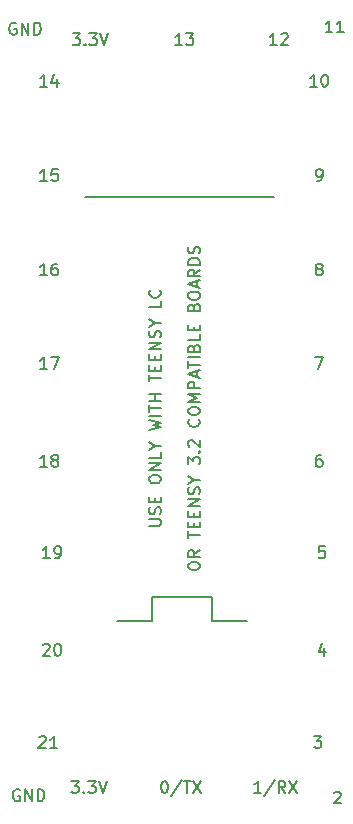
<source format=gto>
%TF.GenerationSoftware,KiCad,Pcbnew,4.0.5-e0-6337~49~ubuntu16.04.1*%
%TF.CreationDate,2017-01-20T22:39:39-08:00*%
%TF.ProjectId,5x10-Teensy-LC-Breakout,357831302D5465656E73792D4C432D42,1.0*%
%TF.FileFunction,Legend,Top*%
%FSLAX46Y46*%
G04 Gerber Fmt 4.6, Leading zero omitted, Abs format (unit mm)*
G04 Created by KiCad (PCBNEW 4.0.5-e0-6337~49~ubuntu16.04.1) date Fri Jan 20 22:39:39 2017*
%MOMM*%
%LPD*%
G01*
G04 APERTURE LIST*
%ADD10C,0.350000*%
%ADD11C,0.127000*%
%ADD12C,0.150000*%
G04 APERTURE END LIST*
D10*
D11*
X127971760Y-65098060D02*
X143971760Y-65098060D01*
X138671760Y-98999060D02*
X133671760Y-98999060D01*
X138671760Y-100999060D02*
X138671760Y-98999060D01*
X138671760Y-100999060D02*
X141671760Y-100999060D01*
X133671760Y-100999060D02*
X133671760Y-98999060D01*
X133671760Y-100999060D02*
X133671760Y-98999060D01*
X130671760Y-100999060D02*
X133671760Y-100999060D01*
X130671760Y-100999060D02*
X133671760Y-100999060D01*
D12*
X126908570Y-51240941D02*
X127527618Y-51240941D01*
X127194284Y-51621893D01*
X127337142Y-51621893D01*
X127432380Y-51669512D01*
X127479999Y-51717131D01*
X127527618Y-51812370D01*
X127527618Y-52050465D01*
X127479999Y-52145703D01*
X127432380Y-52193322D01*
X127337142Y-52240941D01*
X127051427Y-52240941D01*
X126956189Y-52193322D01*
X126908570Y-52145703D01*
X127956189Y-52145703D02*
X128003808Y-52193322D01*
X127956189Y-52240941D01*
X127908570Y-52193322D01*
X127956189Y-52145703D01*
X127956189Y-52240941D01*
X128337141Y-51240941D02*
X128956189Y-51240941D01*
X128622855Y-51621893D01*
X128765713Y-51621893D01*
X128860951Y-51669512D01*
X128908570Y-51717131D01*
X128956189Y-51812370D01*
X128956189Y-52050465D01*
X128908570Y-52145703D01*
X128860951Y-52193322D01*
X128765713Y-52240941D01*
X128479998Y-52240941D01*
X128384760Y-52193322D01*
X128337141Y-52145703D01*
X129241903Y-51240941D02*
X129575236Y-52240941D01*
X129908570Y-51240941D01*
X136695141Y-96442442D02*
X136695141Y-96251965D01*
X136742760Y-96156727D01*
X136837998Y-96061489D01*
X137028474Y-96013870D01*
X137361808Y-96013870D01*
X137552284Y-96061489D01*
X137647522Y-96156727D01*
X137695141Y-96251965D01*
X137695141Y-96442442D01*
X137647522Y-96537680D01*
X137552284Y-96632918D01*
X137361808Y-96680537D01*
X137028474Y-96680537D01*
X136837998Y-96632918D01*
X136742760Y-96537680D01*
X136695141Y-96442442D01*
X137695141Y-95013870D02*
X137218950Y-95347204D01*
X137695141Y-95585299D02*
X136695141Y-95585299D01*
X136695141Y-95204346D01*
X136742760Y-95109108D01*
X136790379Y-95061489D01*
X136885617Y-95013870D01*
X137028474Y-95013870D01*
X137123712Y-95061489D01*
X137171331Y-95109108D01*
X137218950Y-95204346D01*
X137218950Y-95585299D01*
X136695141Y-93966251D02*
X136695141Y-93394822D01*
X137695141Y-93680537D02*
X136695141Y-93680537D01*
X137171331Y-93061489D02*
X137171331Y-92728155D01*
X137695141Y-92585298D02*
X137695141Y-93061489D01*
X136695141Y-93061489D01*
X136695141Y-92585298D01*
X137171331Y-92156727D02*
X137171331Y-91823393D01*
X137695141Y-91680536D02*
X137695141Y-92156727D01*
X136695141Y-92156727D01*
X136695141Y-91680536D01*
X137695141Y-91251965D02*
X136695141Y-91251965D01*
X137695141Y-90680536D01*
X136695141Y-90680536D01*
X137647522Y-90251965D02*
X137695141Y-90109108D01*
X137695141Y-89871012D01*
X137647522Y-89775774D01*
X137599903Y-89728155D01*
X137504665Y-89680536D01*
X137409427Y-89680536D01*
X137314189Y-89728155D01*
X137266570Y-89775774D01*
X137218950Y-89871012D01*
X137171331Y-90061489D01*
X137123712Y-90156727D01*
X137076093Y-90204346D01*
X136980855Y-90251965D01*
X136885617Y-90251965D01*
X136790379Y-90204346D01*
X136742760Y-90156727D01*
X136695141Y-90061489D01*
X136695141Y-89823393D01*
X136742760Y-89680536D01*
X137218950Y-89061489D02*
X137695141Y-89061489D01*
X136695141Y-89394822D02*
X137218950Y-89061489D01*
X136695141Y-88728155D01*
X136695141Y-87728155D02*
X136695141Y-87109107D01*
X137076093Y-87442441D01*
X137076093Y-87299583D01*
X137123712Y-87204345D01*
X137171331Y-87156726D01*
X137266570Y-87109107D01*
X137504665Y-87109107D01*
X137599903Y-87156726D01*
X137647522Y-87204345D01*
X137695141Y-87299583D01*
X137695141Y-87585298D01*
X137647522Y-87680536D01*
X137599903Y-87728155D01*
X137599903Y-86680536D02*
X137647522Y-86632917D01*
X137695141Y-86680536D01*
X137647522Y-86728155D01*
X137599903Y-86680536D01*
X137695141Y-86680536D01*
X136790379Y-86251965D02*
X136742760Y-86204346D01*
X136695141Y-86109108D01*
X136695141Y-85871012D01*
X136742760Y-85775774D01*
X136790379Y-85728155D01*
X136885617Y-85680536D01*
X136980855Y-85680536D01*
X137123712Y-85728155D01*
X137695141Y-86299584D01*
X137695141Y-85680536D01*
X137599903Y-83918631D02*
X137647522Y-83966250D01*
X137695141Y-84109107D01*
X137695141Y-84204345D01*
X137647522Y-84347203D01*
X137552284Y-84442441D01*
X137457046Y-84490060D01*
X137266570Y-84537679D01*
X137123712Y-84537679D01*
X136933236Y-84490060D01*
X136837998Y-84442441D01*
X136742760Y-84347203D01*
X136695141Y-84204345D01*
X136695141Y-84109107D01*
X136742760Y-83966250D01*
X136790379Y-83918631D01*
X136695141Y-83299584D02*
X136695141Y-83109107D01*
X136742760Y-83013869D01*
X136837998Y-82918631D01*
X137028474Y-82871012D01*
X137361808Y-82871012D01*
X137552284Y-82918631D01*
X137647522Y-83013869D01*
X137695141Y-83109107D01*
X137695141Y-83299584D01*
X137647522Y-83394822D01*
X137552284Y-83490060D01*
X137361808Y-83537679D01*
X137028474Y-83537679D01*
X136837998Y-83490060D01*
X136742760Y-83394822D01*
X136695141Y-83299584D01*
X137695141Y-82442441D02*
X136695141Y-82442441D01*
X137409427Y-82109107D01*
X136695141Y-81775774D01*
X137695141Y-81775774D01*
X137695141Y-81299584D02*
X136695141Y-81299584D01*
X136695141Y-80918631D01*
X136742760Y-80823393D01*
X136790379Y-80775774D01*
X136885617Y-80728155D01*
X137028474Y-80728155D01*
X137123712Y-80775774D01*
X137171331Y-80823393D01*
X137218950Y-80918631D01*
X137218950Y-81299584D01*
X137409427Y-80347203D02*
X137409427Y-79871012D01*
X137695141Y-80442441D02*
X136695141Y-80109108D01*
X137695141Y-79775774D01*
X136695141Y-79585298D02*
X136695141Y-79013869D01*
X137695141Y-79299584D02*
X136695141Y-79299584D01*
X137695141Y-78680536D02*
X136695141Y-78680536D01*
X137171331Y-77871012D02*
X137218950Y-77728155D01*
X137266570Y-77680536D01*
X137361808Y-77632917D01*
X137504665Y-77632917D01*
X137599903Y-77680536D01*
X137647522Y-77728155D01*
X137695141Y-77823393D01*
X137695141Y-78204346D01*
X136695141Y-78204346D01*
X136695141Y-77871012D01*
X136742760Y-77775774D01*
X136790379Y-77728155D01*
X136885617Y-77680536D01*
X136980855Y-77680536D01*
X137076093Y-77728155D01*
X137123712Y-77775774D01*
X137171331Y-77871012D01*
X137171331Y-78204346D01*
X137695141Y-76728155D02*
X137695141Y-77204346D01*
X136695141Y-77204346D01*
X137171331Y-76394822D02*
X137171331Y-76061488D01*
X137695141Y-75918631D02*
X137695141Y-76394822D01*
X136695141Y-76394822D01*
X136695141Y-75918631D01*
X137171331Y-74394821D02*
X137218950Y-74251964D01*
X137266570Y-74204345D01*
X137361808Y-74156726D01*
X137504665Y-74156726D01*
X137599903Y-74204345D01*
X137647522Y-74251964D01*
X137695141Y-74347202D01*
X137695141Y-74728155D01*
X136695141Y-74728155D01*
X136695141Y-74394821D01*
X136742760Y-74299583D01*
X136790379Y-74251964D01*
X136885617Y-74204345D01*
X136980855Y-74204345D01*
X137076093Y-74251964D01*
X137123712Y-74299583D01*
X137171331Y-74394821D01*
X137171331Y-74728155D01*
X136695141Y-73537679D02*
X136695141Y-73347202D01*
X136742760Y-73251964D01*
X136837998Y-73156726D01*
X137028474Y-73109107D01*
X137361808Y-73109107D01*
X137552284Y-73156726D01*
X137647522Y-73251964D01*
X137695141Y-73347202D01*
X137695141Y-73537679D01*
X137647522Y-73632917D01*
X137552284Y-73728155D01*
X137361808Y-73775774D01*
X137028474Y-73775774D01*
X136837998Y-73728155D01*
X136742760Y-73632917D01*
X136695141Y-73537679D01*
X137409427Y-72728155D02*
X137409427Y-72251964D01*
X137695141Y-72823393D02*
X136695141Y-72490060D01*
X137695141Y-72156726D01*
X137695141Y-71251964D02*
X137218950Y-71585298D01*
X137695141Y-71823393D02*
X136695141Y-71823393D01*
X136695141Y-71442440D01*
X136742760Y-71347202D01*
X136790379Y-71299583D01*
X136885617Y-71251964D01*
X137028474Y-71251964D01*
X137123712Y-71299583D01*
X137171331Y-71347202D01*
X137218950Y-71442440D01*
X137218950Y-71823393D01*
X137695141Y-70823393D02*
X136695141Y-70823393D01*
X136695141Y-70585298D01*
X136742760Y-70442440D01*
X136837998Y-70347202D01*
X136933236Y-70299583D01*
X137123712Y-70251964D01*
X137266570Y-70251964D01*
X137457046Y-70299583D01*
X137552284Y-70347202D01*
X137647522Y-70442440D01*
X137695141Y-70585298D01*
X137695141Y-70823393D01*
X137647522Y-69871012D02*
X137695141Y-69728155D01*
X137695141Y-69490059D01*
X137647522Y-69394821D01*
X137599903Y-69347202D01*
X137504665Y-69299583D01*
X137409427Y-69299583D01*
X137314189Y-69347202D01*
X137266570Y-69394821D01*
X137218950Y-69490059D01*
X137171331Y-69680536D01*
X137123712Y-69775774D01*
X137076093Y-69823393D01*
X136980855Y-69871012D01*
X136885617Y-69871012D01*
X136790379Y-69823393D01*
X136742760Y-69775774D01*
X136695141Y-69680536D01*
X136695141Y-69442440D01*
X136742760Y-69299583D01*
X133393141Y-92942442D02*
X134202665Y-92942442D01*
X134297903Y-92894823D01*
X134345522Y-92847204D01*
X134393141Y-92751966D01*
X134393141Y-92561489D01*
X134345522Y-92466251D01*
X134297903Y-92418632D01*
X134202665Y-92371013D01*
X133393141Y-92371013D01*
X134345522Y-91942442D02*
X134393141Y-91799585D01*
X134393141Y-91561489D01*
X134345522Y-91466251D01*
X134297903Y-91418632D01*
X134202665Y-91371013D01*
X134107427Y-91371013D01*
X134012189Y-91418632D01*
X133964570Y-91466251D01*
X133916950Y-91561489D01*
X133869331Y-91751966D01*
X133821712Y-91847204D01*
X133774093Y-91894823D01*
X133678855Y-91942442D01*
X133583617Y-91942442D01*
X133488379Y-91894823D01*
X133440760Y-91847204D01*
X133393141Y-91751966D01*
X133393141Y-91513870D01*
X133440760Y-91371013D01*
X133869331Y-90942442D02*
X133869331Y-90609108D01*
X134393141Y-90466251D02*
X134393141Y-90942442D01*
X133393141Y-90942442D01*
X133393141Y-90466251D01*
X133393141Y-89085299D02*
X133393141Y-88894822D01*
X133440760Y-88799584D01*
X133535998Y-88704346D01*
X133726474Y-88656727D01*
X134059808Y-88656727D01*
X134250284Y-88704346D01*
X134345522Y-88799584D01*
X134393141Y-88894822D01*
X134393141Y-89085299D01*
X134345522Y-89180537D01*
X134250284Y-89275775D01*
X134059808Y-89323394D01*
X133726474Y-89323394D01*
X133535998Y-89275775D01*
X133440760Y-89180537D01*
X133393141Y-89085299D01*
X134393141Y-88228156D02*
X133393141Y-88228156D01*
X134393141Y-87656727D01*
X133393141Y-87656727D01*
X134393141Y-86704346D02*
X134393141Y-87180537D01*
X133393141Y-87180537D01*
X133916950Y-86180537D02*
X134393141Y-86180537D01*
X133393141Y-86513870D02*
X133916950Y-86180537D01*
X133393141Y-85847203D01*
X133393141Y-84847203D02*
X134393141Y-84609108D01*
X133678855Y-84418631D01*
X134393141Y-84228155D01*
X133393141Y-83990060D01*
X134393141Y-83609108D02*
X133393141Y-83609108D01*
X133393141Y-83275775D02*
X133393141Y-82704346D01*
X134393141Y-82990061D02*
X133393141Y-82990061D01*
X134393141Y-82371013D02*
X133393141Y-82371013D01*
X133869331Y-82371013D02*
X133869331Y-81799584D01*
X134393141Y-81799584D02*
X133393141Y-81799584D01*
X133393141Y-80704346D02*
X133393141Y-80132917D01*
X134393141Y-80418632D02*
X133393141Y-80418632D01*
X133869331Y-79799584D02*
X133869331Y-79466250D01*
X134393141Y-79323393D02*
X134393141Y-79799584D01*
X133393141Y-79799584D01*
X133393141Y-79323393D01*
X133869331Y-78894822D02*
X133869331Y-78561488D01*
X134393141Y-78418631D02*
X134393141Y-78894822D01*
X133393141Y-78894822D01*
X133393141Y-78418631D01*
X134393141Y-77990060D02*
X133393141Y-77990060D01*
X134393141Y-77418631D01*
X133393141Y-77418631D01*
X134345522Y-76990060D02*
X134393141Y-76847203D01*
X134393141Y-76609107D01*
X134345522Y-76513869D01*
X134297903Y-76466250D01*
X134202665Y-76418631D01*
X134107427Y-76418631D01*
X134012189Y-76466250D01*
X133964570Y-76513869D01*
X133916950Y-76609107D01*
X133869331Y-76799584D01*
X133821712Y-76894822D01*
X133774093Y-76942441D01*
X133678855Y-76990060D01*
X133583617Y-76990060D01*
X133488379Y-76942441D01*
X133440760Y-76894822D01*
X133393141Y-76799584D01*
X133393141Y-76561488D01*
X133440760Y-76418631D01*
X133916950Y-75799584D02*
X134393141Y-75799584D01*
X133393141Y-76132917D02*
X133916950Y-75799584D01*
X133393141Y-75466250D01*
X134393141Y-73894821D02*
X134393141Y-74371012D01*
X133393141Y-74371012D01*
X134297903Y-72990059D02*
X134345522Y-73037678D01*
X134393141Y-73180535D01*
X134393141Y-73275773D01*
X134345522Y-73418631D01*
X134250284Y-73513869D01*
X134155046Y-73561488D01*
X133964570Y-73609107D01*
X133821712Y-73609107D01*
X133631236Y-73561488D01*
X133535998Y-73513869D01*
X133440760Y-73418631D01*
X133393141Y-73275773D01*
X133393141Y-73180535D01*
X133440760Y-73037678D01*
X133488379Y-72990059D01*
X124734284Y-87930941D02*
X124162855Y-87930941D01*
X124448569Y-87930941D02*
X124448569Y-86930941D01*
X124353331Y-87073798D01*
X124258093Y-87169036D01*
X124162855Y-87216655D01*
X125305712Y-87359512D02*
X125210474Y-87311893D01*
X125162855Y-87264274D01*
X125115236Y-87169036D01*
X125115236Y-87121417D01*
X125162855Y-87026179D01*
X125210474Y-86978560D01*
X125305712Y-86930941D01*
X125496189Y-86930941D01*
X125591427Y-86978560D01*
X125639046Y-87026179D01*
X125686665Y-87121417D01*
X125686665Y-87169036D01*
X125639046Y-87264274D01*
X125591427Y-87311893D01*
X125496189Y-87359512D01*
X125305712Y-87359512D01*
X125210474Y-87407131D01*
X125162855Y-87454750D01*
X125115236Y-87549989D01*
X125115236Y-87740465D01*
X125162855Y-87835703D01*
X125210474Y-87883322D01*
X125305712Y-87930941D01*
X125496189Y-87930941D01*
X125591427Y-87883322D01*
X125639046Y-87835703D01*
X125686665Y-87740465D01*
X125686665Y-87549989D01*
X125639046Y-87454750D01*
X125591427Y-87407131D01*
X125496189Y-87359512D01*
X124734284Y-79680941D02*
X124162855Y-79680941D01*
X124448569Y-79680941D02*
X124448569Y-78680941D01*
X124353331Y-78823798D01*
X124258093Y-78919036D01*
X124162855Y-78966655D01*
X125067617Y-78680941D02*
X125734284Y-78680941D01*
X125305712Y-79680941D01*
X124412855Y-103026179D02*
X124460474Y-102978560D01*
X124555712Y-102930941D01*
X124793808Y-102930941D01*
X124889046Y-102978560D01*
X124936665Y-103026179D01*
X124984284Y-103121417D01*
X124984284Y-103216655D01*
X124936665Y-103359512D01*
X124365236Y-103930941D01*
X124984284Y-103930941D01*
X125603331Y-102930941D02*
X125698570Y-102930941D01*
X125793808Y-102978560D01*
X125841427Y-103026179D01*
X125889046Y-103121417D01*
X125936665Y-103311893D01*
X125936665Y-103549989D01*
X125889046Y-103740465D01*
X125841427Y-103835703D01*
X125793808Y-103883322D01*
X125698570Y-103930941D01*
X125603331Y-103930941D01*
X125508093Y-103883322D01*
X125460474Y-103835703D01*
X125412855Y-103740465D01*
X125365236Y-103549989D01*
X125365236Y-103311893D01*
X125412855Y-103121417D01*
X125460474Y-103026179D01*
X125508093Y-102978560D01*
X125603331Y-102930941D01*
X124984284Y-95680941D02*
X124412855Y-95680941D01*
X124698569Y-95680941D02*
X124698569Y-94680941D01*
X124603331Y-94823798D01*
X124508093Y-94919036D01*
X124412855Y-94966655D01*
X125460474Y-95680941D02*
X125650950Y-95680941D01*
X125746189Y-95633322D01*
X125793808Y-95585703D01*
X125889046Y-95442846D01*
X125936665Y-95252370D01*
X125936665Y-94871417D01*
X125889046Y-94776179D01*
X125841427Y-94728560D01*
X125746189Y-94680941D01*
X125555712Y-94680941D01*
X125460474Y-94728560D01*
X125412855Y-94776179D01*
X125365236Y-94871417D01*
X125365236Y-95109512D01*
X125412855Y-95204750D01*
X125460474Y-95252370D01*
X125555712Y-95299989D01*
X125746189Y-95299989D01*
X125841427Y-95252370D01*
X125889046Y-95204750D01*
X125936665Y-95109512D01*
X124067855Y-110841179D02*
X124115474Y-110793560D01*
X124210712Y-110745941D01*
X124448808Y-110745941D01*
X124544046Y-110793560D01*
X124591665Y-110841179D01*
X124639284Y-110936417D01*
X124639284Y-111031655D01*
X124591665Y-111174512D01*
X124020236Y-111745941D01*
X124639284Y-111745941D01*
X125591665Y-111745941D02*
X125020236Y-111745941D01*
X125305950Y-111745941D02*
X125305950Y-110745941D01*
X125210712Y-110888798D01*
X125115474Y-110984036D01*
X125020236Y-111031655D01*
X122422856Y-115288560D02*
X122327618Y-115240941D01*
X122184761Y-115240941D01*
X122041903Y-115288560D01*
X121946665Y-115383798D01*
X121899046Y-115479036D01*
X121851427Y-115669512D01*
X121851427Y-115812370D01*
X121899046Y-116002846D01*
X121946665Y-116098084D01*
X122041903Y-116193322D01*
X122184761Y-116240941D01*
X122279999Y-116240941D01*
X122422856Y-116193322D01*
X122470475Y-116145703D01*
X122470475Y-115812370D01*
X122279999Y-115812370D01*
X122899046Y-116240941D02*
X122899046Y-115240941D01*
X123470475Y-116240941D01*
X123470475Y-115240941D01*
X123946665Y-116240941D02*
X123946665Y-115240941D01*
X124184760Y-115240941D01*
X124327618Y-115288560D01*
X124422856Y-115383798D01*
X124470475Y-115479036D01*
X124518094Y-115669512D01*
X124518094Y-115812370D01*
X124470475Y-116002846D01*
X124422856Y-116098084D01*
X124327618Y-116193322D01*
X124184760Y-116240941D01*
X123946665Y-116240941D01*
X126808570Y-114540941D02*
X127427618Y-114540941D01*
X127094284Y-114921893D01*
X127237142Y-114921893D01*
X127332380Y-114969512D01*
X127379999Y-115017131D01*
X127427618Y-115112370D01*
X127427618Y-115350465D01*
X127379999Y-115445703D01*
X127332380Y-115493322D01*
X127237142Y-115540941D01*
X126951427Y-115540941D01*
X126856189Y-115493322D01*
X126808570Y-115445703D01*
X127856189Y-115445703D02*
X127903808Y-115493322D01*
X127856189Y-115540941D01*
X127808570Y-115493322D01*
X127856189Y-115445703D01*
X127856189Y-115540941D01*
X128237141Y-114540941D02*
X128856189Y-114540941D01*
X128522855Y-114921893D01*
X128665713Y-114921893D01*
X128760951Y-114969512D01*
X128808570Y-115017131D01*
X128856189Y-115112370D01*
X128856189Y-115350465D01*
X128808570Y-115445703D01*
X128760951Y-115493322D01*
X128665713Y-115540941D01*
X128379998Y-115540941D01*
X128284760Y-115493322D01*
X128237141Y-115445703D01*
X129141903Y-114540941D02*
X129475236Y-115540941D01*
X129808570Y-114540941D01*
X122122856Y-50388560D02*
X122027618Y-50340941D01*
X121884761Y-50340941D01*
X121741903Y-50388560D01*
X121646665Y-50483798D01*
X121599046Y-50579036D01*
X121551427Y-50769512D01*
X121551427Y-50912370D01*
X121599046Y-51102846D01*
X121646665Y-51198084D01*
X121741903Y-51293322D01*
X121884761Y-51340941D01*
X121979999Y-51340941D01*
X122122856Y-51293322D01*
X122170475Y-51245703D01*
X122170475Y-50912370D01*
X121979999Y-50912370D01*
X122599046Y-51340941D02*
X122599046Y-50340941D01*
X123170475Y-51340941D01*
X123170475Y-50340941D01*
X123646665Y-51340941D02*
X123646665Y-50340941D01*
X123884760Y-50340941D01*
X124027618Y-50388560D01*
X124122856Y-50483798D01*
X124170475Y-50579036D01*
X124218094Y-50769512D01*
X124218094Y-50912370D01*
X124170475Y-51102846D01*
X124122856Y-51198084D01*
X124027618Y-51293322D01*
X123884760Y-51340941D01*
X123646665Y-51340941D01*
X124734284Y-71740941D02*
X124162855Y-71740941D01*
X124448569Y-71740941D02*
X124448569Y-70740941D01*
X124353331Y-70883798D01*
X124258093Y-70979036D01*
X124162855Y-71026655D01*
X125591427Y-70740941D02*
X125400950Y-70740941D01*
X125305712Y-70788560D01*
X125258093Y-70836179D01*
X125162855Y-70979036D01*
X125115236Y-71169512D01*
X125115236Y-71550465D01*
X125162855Y-71645703D01*
X125210474Y-71693322D01*
X125305712Y-71740941D01*
X125496189Y-71740941D01*
X125591427Y-71693322D01*
X125639046Y-71645703D01*
X125686665Y-71550465D01*
X125686665Y-71312370D01*
X125639046Y-71217131D01*
X125591427Y-71169512D01*
X125496189Y-71121893D01*
X125305712Y-71121893D01*
X125210474Y-71169512D01*
X125162855Y-71217131D01*
X125115236Y-71312370D01*
X124734284Y-63740941D02*
X124162855Y-63740941D01*
X124448569Y-63740941D02*
X124448569Y-62740941D01*
X124353331Y-62883798D01*
X124258093Y-62979036D01*
X124162855Y-63026655D01*
X125639046Y-62740941D02*
X125162855Y-62740941D01*
X125115236Y-63217131D01*
X125162855Y-63169512D01*
X125258093Y-63121893D01*
X125496189Y-63121893D01*
X125591427Y-63169512D01*
X125639046Y-63217131D01*
X125686665Y-63312370D01*
X125686665Y-63550465D01*
X125639046Y-63645703D01*
X125591427Y-63693322D01*
X125496189Y-63740941D01*
X125258093Y-63740941D01*
X125162855Y-63693322D01*
X125115236Y-63645703D01*
X124734284Y-55740941D02*
X124162855Y-55740941D01*
X124448569Y-55740941D02*
X124448569Y-54740941D01*
X124353331Y-54883798D01*
X124258093Y-54979036D01*
X124162855Y-55026655D01*
X125591427Y-55074274D02*
X125591427Y-55740941D01*
X125353331Y-54693322D02*
X125115236Y-55407608D01*
X125734284Y-55407608D01*
X134656188Y-114540941D02*
X134751427Y-114540941D01*
X134846665Y-114588560D01*
X134894284Y-114636179D01*
X134941903Y-114731417D01*
X134989522Y-114921893D01*
X134989522Y-115159989D01*
X134941903Y-115350465D01*
X134894284Y-115445703D01*
X134846665Y-115493322D01*
X134751427Y-115540941D01*
X134656188Y-115540941D01*
X134560950Y-115493322D01*
X134513331Y-115445703D01*
X134465712Y-115350465D01*
X134418093Y-115159989D01*
X134418093Y-114921893D01*
X134465712Y-114731417D01*
X134513331Y-114636179D01*
X134560950Y-114588560D01*
X134656188Y-114540941D01*
X136132379Y-114493322D02*
X135275236Y-115779036D01*
X136322855Y-114540941D02*
X136894284Y-114540941D01*
X136608569Y-115540941D02*
X136608569Y-114540941D01*
X137132379Y-114540941D02*
X137799046Y-115540941D01*
X137799046Y-114540941D02*
X137132379Y-115540941D01*
X142870475Y-115540941D02*
X142299046Y-115540941D01*
X142584760Y-115540941D02*
X142584760Y-114540941D01*
X142489522Y-114683798D01*
X142394284Y-114779036D01*
X142299046Y-114826655D01*
X144013332Y-114493322D02*
X143156189Y-115779036D01*
X144918094Y-115540941D02*
X144584760Y-115064750D01*
X144346665Y-115540941D02*
X144346665Y-114540941D01*
X144727618Y-114540941D01*
X144822856Y-114588560D01*
X144870475Y-114636179D01*
X144918094Y-114731417D01*
X144918094Y-114874274D01*
X144870475Y-114969512D01*
X144822856Y-115017131D01*
X144727618Y-115064750D01*
X144346665Y-115064750D01*
X145251427Y-114540941D02*
X145918094Y-115540941D01*
X145918094Y-114540941D02*
X145251427Y-115540941D01*
X136194284Y-52240941D02*
X135622855Y-52240941D01*
X135908569Y-52240941D02*
X135908569Y-51240941D01*
X135813331Y-51383798D01*
X135718093Y-51479036D01*
X135622855Y-51526655D01*
X136527617Y-51240941D02*
X137146665Y-51240941D01*
X136813331Y-51621893D01*
X136956189Y-51621893D01*
X137051427Y-51669512D01*
X137099046Y-51717131D01*
X137146665Y-51812370D01*
X137146665Y-52050465D01*
X137099046Y-52145703D01*
X137051427Y-52193322D01*
X136956189Y-52240941D01*
X136670474Y-52240941D01*
X136575236Y-52193322D01*
X136527617Y-52145703D01*
X144194284Y-52240941D02*
X143622855Y-52240941D01*
X143908569Y-52240941D02*
X143908569Y-51240941D01*
X143813331Y-51383798D01*
X143718093Y-51479036D01*
X143622855Y-51526655D01*
X144575236Y-51336179D02*
X144622855Y-51288560D01*
X144718093Y-51240941D01*
X144956189Y-51240941D01*
X145051427Y-51288560D01*
X145099046Y-51336179D01*
X145146665Y-51431417D01*
X145146665Y-51526655D01*
X145099046Y-51669512D01*
X144527617Y-52240941D01*
X145146665Y-52240941D01*
X148896284Y-51166941D02*
X148324855Y-51166941D01*
X148610569Y-51166941D02*
X148610569Y-50166941D01*
X148515331Y-50309798D01*
X148420093Y-50405036D01*
X148324855Y-50452655D01*
X149848665Y-51166941D02*
X149277236Y-51166941D01*
X149562950Y-51166941D02*
X149562950Y-50166941D01*
X149467712Y-50309798D01*
X149372474Y-50405036D01*
X149277236Y-50452655D01*
X147451427Y-78680941D02*
X148118094Y-78680941D01*
X147689522Y-79680941D01*
X147689522Y-71169512D02*
X147594284Y-71121893D01*
X147546665Y-71074274D01*
X147499046Y-70979036D01*
X147499046Y-70931417D01*
X147546665Y-70836179D01*
X147594284Y-70788560D01*
X147689522Y-70740941D01*
X147879999Y-70740941D01*
X147975237Y-70788560D01*
X148022856Y-70836179D01*
X148070475Y-70931417D01*
X148070475Y-70979036D01*
X148022856Y-71074274D01*
X147975237Y-71121893D01*
X147879999Y-71169512D01*
X147689522Y-71169512D01*
X147594284Y-71217131D01*
X147546665Y-71264750D01*
X147499046Y-71359989D01*
X147499046Y-71550465D01*
X147546665Y-71645703D01*
X147594284Y-71693322D01*
X147689522Y-71740941D01*
X147879999Y-71740941D01*
X147975237Y-71693322D01*
X148022856Y-71645703D01*
X148070475Y-71550465D01*
X148070475Y-71359989D01*
X148022856Y-71264750D01*
X147975237Y-71217131D01*
X147879999Y-71169512D01*
X147594284Y-63740941D02*
X147784760Y-63740941D01*
X147879999Y-63693322D01*
X147927618Y-63645703D01*
X148022856Y-63502846D01*
X148070475Y-63312370D01*
X148070475Y-62931417D01*
X148022856Y-62836179D01*
X147975237Y-62788560D01*
X147879999Y-62740941D01*
X147689522Y-62740941D01*
X147594284Y-62788560D01*
X147546665Y-62836179D01*
X147499046Y-62931417D01*
X147499046Y-63169512D01*
X147546665Y-63264750D01*
X147594284Y-63312370D01*
X147689522Y-63359989D01*
X147879999Y-63359989D01*
X147975237Y-63312370D01*
X148022856Y-63264750D01*
X148070475Y-63169512D01*
X147594284Y-55740941D02*
X147022855Y-55740941D01*
X147308569Y-55740941D02*
X147308569Y-54740941D01*
X147213331Y-54883798D01*
X147118093Y-54979036D01*
X147022855Y-55026655D01*
X148213331Y-54740941D02*
X148308570Y-54740941D01*
X148403808Y-54788560D01*
X148451427Y-54836179D01*
X148499046Y-54931417D01*
X148546665Y-55121893D01*
X148546665Y-55359989D01*
X148499046Y-55550465D01*
X148451427Y-55645703D01*
X148403808Y-55693322D01*
X148308570Y-55740941D01*
X148213331Y-55740941D01*
X148118093Y-55693322D01*
X148070474Y-55645703D01*
X148022855Y-55550465D01*
X147975236Y-55359989D01*
X147975236Y-55121893D01*
X148022855Y-54931417D01*
X148070474Y-54836179D01*
X148118093Y-54788560D01*
X148213331Y-54740941D01*
X147975237Y-86930941D02*
X147784760Y-86930941D01*
X147689522Y-86978560D01*
X147641903Y-87026179D01*
X147546665Y-87169036D01*
X147499046Y-87359512D01*
X147499046Y-87740465D01*
X147546665Y-87835703D01*
X147594284Y-87883322D01*
X147689522Y-87930941D01*
X147879999Y-87930941D01*
X147975237Y-87883322D01*
X148022856Y-87835703D01*
X148070475Y-87740465D01*
X148070475Y-87502370D01*
X148022856Y-87407131D01*
X147975237Y-87359512D01*
X147879999Y-87311893D01*
X147689522Y-87311893D01*
X147594284Y-87359512D01*
X147546665Y-87407131D01*
X147499046Y-87502370D01*
X148225237Y-103264274D02*
X148225237Y-103930941D01*
X147987141Y-102883322D02*
X147749046Y-103597608D01*
X148368094Y-103597608D01*
X148272856Y-94680941D02*
X147796665Y-94680941D01*
X147749046Y-95157131D01*
X147796665Y-95109512D01*
X147891903Y-95061893D01*
X148129999Y-95061893D01*
X148225237Y-95109512D01*
X148272856Y-95157131D01*
X148320475Y-95252370D01*
X148320475Y-95490465D01*
X148272856Y-95585703D01*
X148225237Y-95633322D01*
X148129999Y-95680941D01*
X147891903Y-95680941D01*
X147796665Y-95633322D01*
X147749046Y-95585703D01*
X147356427Y-110745941D02*
X147975475Y-110745941D01*
X147642141Y-111126893D01*
X147784999Y-111126893D01*
X147880237Y-111174512D01*
X147927856Y-111222131D01*
X147975475Y-111317370D01*
X147975475Y-111555465D01*
X147927856Y-111650703D01*
X147880237Y-111698322D01*
X147784999Y-111745941D01*
X147499284Y-111745941D01*
X147404046Y-111698322D01*
X147356427Y-111650703D01*
X149055046Y-115540179D02*
X149102665Y-115492560D01*
X149197903Y-115444941D01*
X149435999Y-115444941D01*
X149531237Y-115492560D01*
X149578856Y-115540179D01*
X149626475Y-115635417D01*
X149626475Y-115730655D01*
X149578856Y-115873512D01*
X149007427Y-116444941D01*
X149626475Y-116444941D01*
M02*

</source>
